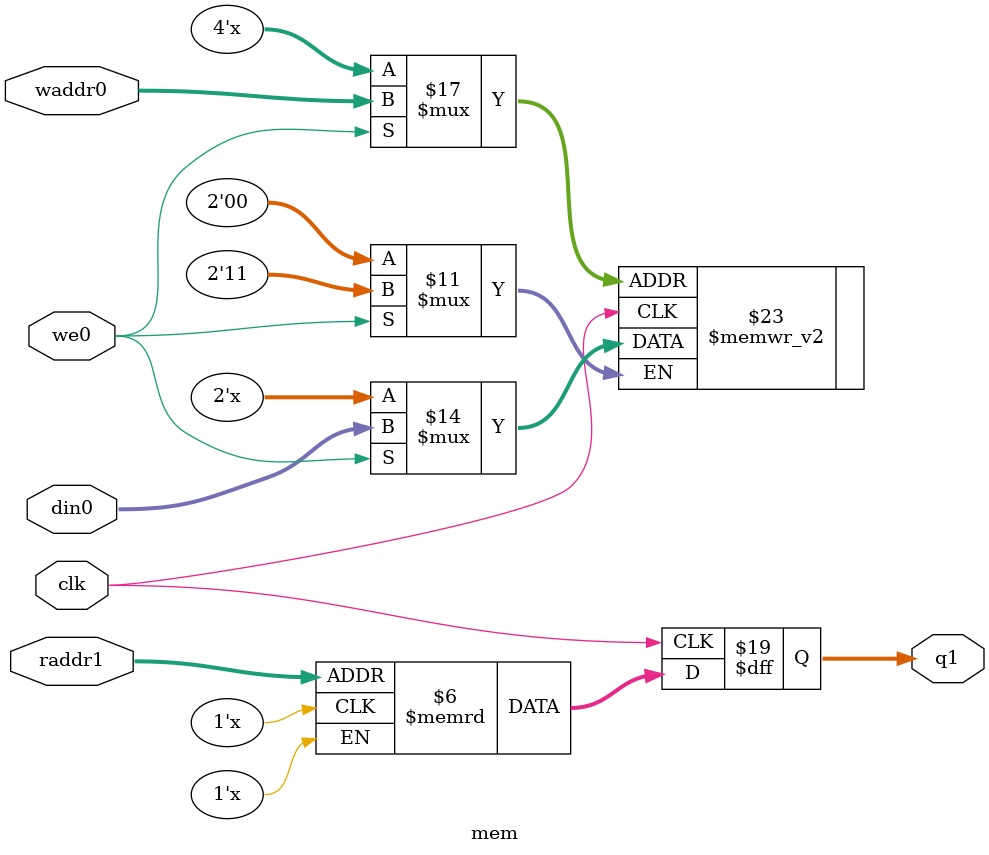
<source format=v>

module mem
    (input                clk
     ,input [3:0]         waddr0
     ,input               we0
     ,input [1:0]        din0
     ,input [3:0]         raddr1
     ,output reg [1:0]   q1
     );

   reg [1:0] rf[15:0];

   always @(posedge clk) begin
     q1 <= rf[raddr1];
     if (we0) begin
       rf[waddr0] <= din0;
     end
   end

endmodule



</source>
